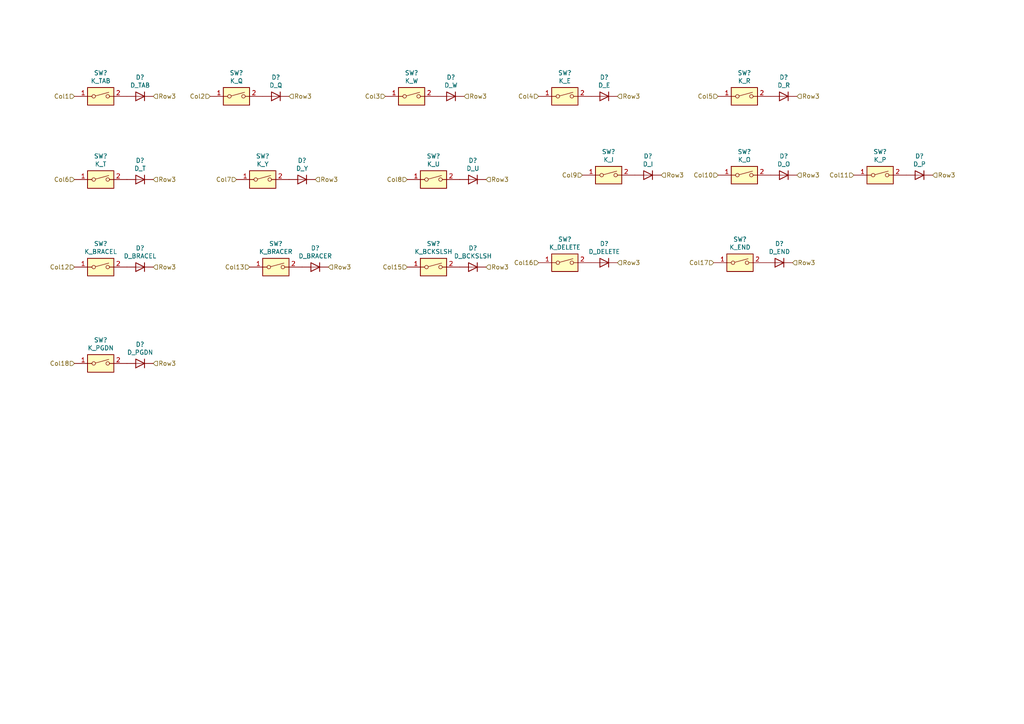
<source format=kicad_sch>
(kicad_sch (version 20230121) (generator eeschema)
  (paper "A4")
  (lib_symbols
    (symbol "Device:D" (pin_numbers hide) (pin_names (offset 1.016) hide)
      (property "Reference" "D" (at 0 2.54 0))
      (property "Value" "D" (at 0 -2.54 0))
      (symbol "D_0_1"
        (polyline (pts (xy -1.27 1.27) (xy -1.27 -1.27)) (stroke (width 0.254)))
        (polyline (pts (xy 1.27 0) (xy -1.27 0)))
        (polyline (pts (xy 1.27 1.27) (xy 1.27 -1.27) (xy -1.27 0) (xy 1.27 1.27)) (stroke (width 0.254)))
      )
      (symbol "D_1_1"
        (pin passive line (at -3.81 0 0) (length 2.54) (name "K") (number "1"))
        (pin passive line (at 3.81 0 180) (length 2.54) (name "A") (number "2"))
      )
    )
    (symbol "Switch:SW_DIP_x01" (pin_names (offset 0) hide)
      (property "Reference" "SW" (at 0 3.81 0))
      (property "Value" "SW_DIP_x01" (at 0 -3.81 0))
      (symbol "SW_DIP_x01_0_0"
        (circle (center -2.032 0) (radius 0.508))
        (polyline (pts (xy -1.524 0.127) (xy 2.3622 1.1684)))
        (circle (center 2.032 0) (radius 0.508))
      )
      (symbol "SW_DIP_x01_0_1"
        (rectangle (start -3.81 2.54) (end 3.81 -2.54) (stroke (width 0.254)) (fill (type background)))
      )
      (symbol "SW_DIP_x01_1_1"
        (pin passive line (at -7.62 0 0) (length 5.08) (name "~") (number "1"))
        (pin passive line (at 7.62 0 180) (length 5.08) (name "~") (number "2"))
      )
    )
  )
  (hierarchical_label "Row3" (shape input) (at 44.45 105.41 0))
  (hierarchical_label "Row3" (shape input) (at 140.97 52.07 0))
  (hierarchical_label "Col5" (shape input) (at 208.28 27.94 180))
  (hierarchical_label "Col11" (shape input) (at 247.65 50.8 180))
  (hierarchical_label "Col17" (shape input) (at 207.01 76.2 180))
  (hierarchical_label "Col18" (shape input) (at 21.59 105.41 180))
  (hierarchical_label "Col2" (shape input) (at 60.96 27.94 180))
  (hierarchical_label "Row3" (shape input) (at 231.14 50.8 0))
  (hierarchical_label "Col15" (shape input) (at 118.11 77.47 180))
  (hierarchical_label "Col3" (shape input) (at 111.76 27.94 180))
  (hierarchical_label "Row3" (shape input) (at 191.77 50.8 0))
  (hierarchical_label "Col6" (shape input) (at 21.59 52.07 180))
  (hierarchical_label "Row3" (shape input) (at 140.97 77.47 0))
  (hierarchical_label "Col7" (shape input) (at 68.58 52.07 180))
  (hierarchical_label "Row3" (shape input) (at 229.87 76.2 0))
  (hierarchical_label "Row3" (shape input) (at 83.82 27.94 0))
  (hierarchical_label "Col13" (shape input) (at 72.39 77.47 180))
  (hierarchical_label "Row3" (shape input) (at 95.25 77.47 0))
  (hierarchical_label "Col10" (shape input) (at 208.28 50.8 180))
  (hierarchical_label "Col1" (shape input) (at 21.59 27.94 180))
  (hierarchical_label "Col8" (shape input) (at 118.11 52.07 180))
  (hierarchical_label "Row3" (shape input) (at 44.45 77.47 0))
  (hierarchical_label "Col16" (shape input) (at 156.21 76.2 180))
  (hierarchical_label "Row3" (shape input) (at 231.14 27.94 0))
  (hierarchical_label "Row3" (shape input) (at 179.07 76.2 0))
  (hierarchical_label "Row3" (shape input) (at 270.51 50.8 0))
  (hierarchical_label "Row3" (shape input) (at 179.07 27.94 0))
  (hierarchical_label "Row3" (shape input) (at 44.45 27.94 0))
  (hierarchical_label "Row3" (shape input) (at 91.44 52.07 0))
  (hierarchical_label "Row3" (shape input) (at 134.62 27.94 0))
  (hierarchical_label "Col9" (shape input) (at 168.91 50.8 180))
  (hierarchical_label "Col4" (shape input) (at 156.21 27.94 180))
  (hierarchical_label "Col12" (shape input) (at 21.59 77.47 180))
  (hierarchical_label "Row3" (shape input) (at 44.45 52.07 0))
  (symbol (lib_id "Switch:SW_DIP_x01") (at 163.83 76.2 0) (unit 1)
    (property "Reference" "SW?" (at 163.83 69.4182 0))
    (property "Value" "K_DELETE" (at 163.83 71.7296 0))
    (property "Footprint" "hotswap:Kailh_socket_MX" (effects hide))
    (instances (project "TKL" (path "" (reference "SW?") (unit 1)) (path "" (reference "SW?") (unit 1)) (path "" (reference "SW45") (unit 1)) (path "" (reference "SW?") (unit 1))))
  )
  (symbol (lib_id "Device:D") (at 175.26 76.2 180) (unit 1)
    (property "Reference" "D?" (at 175.26 70.6882 0))
    (property "Value" "D_DELETE" (at 175.26 72.9996 0))
    (property "Footprint" "Diode_THT:D_DO-35_SOD27_P7.62mm_Horizontal" (effects hide))
    (instances (project "TKL" (path "" (reference "D?") (unit 1)) (path "" (reference "D?") (unit 1)) (path "" (reference "D45") (unit 1)) (path "" (reference "D?") (unit 1))))
  )
  (symbol (lib_id "Switch:SW_DIP_x01") (at 214.63 76.2 0) (unit 1)
    (property "Reference" "SW?" (at 214.63 69.4182 0))
    (property "Value" "K_END" (at 214.63 71.7296 0))
    (property "Footprint" "hotswap:Kailh_socket_MX" (effects hide))
    (instances (project "TKL" (path "" (reference "SW?") (unit 1)) (path "" (reference "SW?") (unit 1)) (path "" (reference "SW47") (unit 1)) (path "" (reference "SW?") (unit 1))))
  )
  (symbol (lib_id "Device:D") (at 226.06 76.2 180) (unit 1)
    (property "Reference" "D?" (at 226.06 70.6882 0))
    (property "Value" "D_END" (at 226.06 72.9996 0))
    (property "Footprint" "Diode_THT:D_DO-35_SOD27_P7.62mm_Horizontal" (effects hide))
    (instances (project "TKL" (path "" (reference "D?") (unit 1)) (path "" (reference "D?") (unit 1)) (path "" (reference "D47") (unit 1)) (path "" (reference "D?") (unit 1))))
  )
  (symbol (lib_id "Switch:SW_DIP_x01") (at 29.21 27.94 0) (unit 1)
    (property "Reference" "SW?" (at 29.21 21.1582 0))
    (property "Value" "K_TAB" (at 29.21 23.4696 0))
    (property "Footprint" "hotswap:Kailh_socket_MX" (effects hide))
    (instances (project "TKL" (path "" (reference "SW?") (unit 1)) (path "" (reference "SW?") (unit 1)) (path "" (reference "SW34") (unit 1)) (path "" (reference "SW?") (unit 1))))
  )
  (symbol (lib_id "Device:D") (at 40.64 27.94 180) (unit 1)
    (property "Reference" "D?" (at 40.64 22.4282 0))
    (property "Value" "D_TAB" (at 40.64 24.7396 0))
    (property "Footprint" "Diode_THT:D_DO-35_SOD27_P7.62mm_Horizontal" (effects hide))
    (instances (project "TKL" (path "" (reference "D?") (unit 1)) (path "" (reference "D?") (unit 1)) (path "" (reference "D34") (unit 1)) (path "" (reference "D?") (unit 1))))
  )
  (symbol (lib_id "Switch:SW_DIP_x01") (at 163.83 27.94 0) (unit 1)
    (property "Reference" "SW?" (at 163.83 21.1582 0))
    (property "Value" "K_E" (at 163.83 23.4696 0))
    (property "Footprint" "hotswap:Kailh_socket_MX" (effects hide))
    (instances (project "TKL" (path "" (reference "SW?") (unit 1)) (path "" (reference "SW?") (unit 1)) (path "" (reference "SW44") (unit 1)) (path "" (reference "SW?") (unit 1))))
  )
  (symbol (lib_id "Device:D") (at 175.26 27.94 180) (unit 1)
    (property "Reference" "D?" (at 175.26 22.4282 0))
    (property "Value" "D_E" (at 175.26 24.7396 0))
    (property "Footprint" "Diode_THT:D_DO-35_SOD27_P7.62mm_Horizontal" (effects hide))
    (instances (project "TKL" (path "" (reference "D?") (unit 1)) (path "" (reference "D?") (unit 1)) (path "" (reference "D44") (unit 1)) (path "" (reference "D?") (unit 1))))
  )
  (symbol (lib_id "Switch:SW_DIP_x01") (at 215.9 27.94 0) (unit 1)
    (property "Reference" "SW?" (at 215.9 21.1582 0))
    (property "Value" "K_R" (at 215.9 23.4696 0))
    (property "Footprint" "hotswap:Kailh_socket_MX" (effects hide))
    (instances (project "TKL" (path "" (reference "SW?") (unit 1)) (path "" (reference "SW?") (unit 1)) (path "" (reference "SW48") (unit 1)) (path "" (reference "SW?") (unit 1))))
  )
  (symbol (lib_id "Device:D") (at 227.33 27.94 180) (unit 1)
    (property "Reference" "D?" (at 227.33 22.4282 0))
    (property "Value" "D_R" (at 227.33 24.7396 0))
    (property "Footprint" "Diode_THT:D_DO-35_SOD27_P7.62mm_Horizontal" (effects hide))
    (instances (project "TKL" (path "" (reference "D?") (unit 1)) (path "" (reference "D?") (unit 1)) (path "" (reference "D48") (unit 1)) (path "" (reference "D?") (unit 1))))
  )
  (symbol (lib_id "Switch:SW_DIP_x01") (at 29.21 52.07 0) (unit 1)
    (property "Reference" "SW?" (at 29.21 45.2882 0))
    (property "Value" "K_T" (at 29.21 47.5996 0))
    (property "Footprint" "hotswap:Kailh_socket_MX" (effects hide))
    (instances (project "TKL" (path "" (reference "SW?") (unit 1)) (path "" (reference "SW?") (unit 1)) (path "" (reference "SW35") (unit 1)) (path "" (reference "SW?") (unit 1))))
  )
  (symbol (lib_id "Device:D") (at 40.64 52.07 180) (unit 1)
    (property "Reference" "D?" (at 40.64 46.5582 0))
    (property "Value" "D_T" (at 40.64 48.8696 0))
    (property "Footprint" "Diode_THT:D_DO-35_SOD27_P7.62mm_Horizontal" (effects hide))
    (instances (project "TKL" (path "" (reference "D?") (unit 1)) (path "" (reference "D?") (unit 1)) (path "" (reference "D35") (unit 1)) (path "" (reference "D?") (unit 1))))
  )
  (symbol (lib_id "Switch:SW_DIP_x01") (at 76.2 52.07 0) (unit 1)
    (property "Reference" "SW?" (at 76.2 45.2882 0))
    (property "Value" "K_Y" (at 76.2 47.5996 0))
    (property "Footprint" "hotswap:Kailh_socket_MX" (effects hide))
    (instances (project "TKL" (path "" (reference "SW?") (unit 1)) (path "" (reference "SW?") (unit 1)) (path "" (reference "SW39") (unit 1)) (path "" (reference "SW?") (unit 1))))
  )
  (symbol (lib_id "Device:D") (at 87.63 52.07 180) (unit 1)
    (property "Reference" "D?" (at 87.63 46.5582 0))
    (property "Value" "D_Y" (at 87.63 48.8696 0))
    (property "Footprint" "Diode_THT:D_DO-35_SOD27_P7.62mm_Horizontal" (effects hide))
    (instances (project "TKL" (path "" (reference "D?") (unit 1)) (path "" (reference "D?") (unit 1)) (path "" (reference "D39") (unit 1)) (path "" (reference "D?") (unit 1))))
  )
  (symbol (lib_id "Device:D") (at 187.96 50.8 180) (unit 1)
    (property "Reference" "D?" (at 187.96 45.2882 0))
    (property "Value" "D_I" (at 187.96 47.5996 0))
    (property "Footprint" "Diode_THT:D_DO-35_SOD27_P7.62mm_Horizontal" (effects hide))
    (instances (project "TKL" (path "" (reference "D?") (unit 1)) (path "" (reference "D?") (unit 1)) (path "" (reference "D46") (unit 1)) (path "" (reference "D?") (unit 1))))
  )
  (symbol (lib_id "Switch:SW_DIP_x01") (at 215.9 50.8 0) (unit 1)
    (property "Reference" "SW?" (at 215.9 44.0182 0))
    (property "Value" "K_O" (at 215.9 46.3296 0))
    (property "Footprint" "hotswap:Kailh_socket_MX" (effects hide))
    (instances (project "TKL" (path "" (reference "SW?") (unit 1)) (path "" (reference "SW?") (unit 1)) (path "" (reference "SW49") (unit 1)) (path "" (reference "SW?") (unit 1))))
  )
  (symbol (lib_id "Device:D") (at 227.33 50.8 180) (unit 1)
    (property "Reference" "D?" (at 227.33 45.2882 0))
    (property "Value" "D_O" (at 227.33 47.5996 0))
    (property "Footprint" "Diode_THT:D_DO-35_SOD27_P7.62mm_Horizontal" (effects hide))
    (instances (project "TKL" (path "" (reference "D?") (unit 1)) (path "" (reference "D?") (unit 1)) (path "" (reference "D49") (unit 1)) (path "" (reference "D?") (unit 1))))
  )
  (symbol (lib_id "Switch:SW_DIP_x01") (at 29.21 77.47 0) (unit 1)
    (property "Reference" "SW?" (at 29.21 70.6882 0))
    (property "Value" "K_BRACEL" (at 29.21 72.9996 0))
    (property "Footprint" "hotswap:Kailh_socket_MX" (effects hide))
    (instances (project "TKL" (path "" (reference "SW?") (unit 1)) (path "" (reference "SW?") (unit 1)) (path "" (reference "SW36") (unit 1)) (path "" (reference "SW?") (unit 1))))
  )
  (symbol (lib_id "Device:D") (at 40.64 77.47 180) (unit 1)
    (property "Reference" "D?" (at 40.64 71.9582 0))
    (property "Value" "D_BRACEL" (at 40.64 74.2696 0))
    (property "Footprint" "Diode_THT:D_DO-35_SOD27_P7.62mm_Horizontal" (effects hide))
    (instances (project "TKL" (path "" (reference "D?") (unit 1)) (path "" (reference "D?") (unit 1)) (path "" (reference "D36") (unit 1)) (path "" (reference "D?") (unit 1))))
  )
  (symbol (lib_id "Switch:SW_DIP_x01") (at 80.01 77.47 0) (unit 1)
    (property "Reference" "SW?" (at 80.01 70.6882 0))
    (property "Value" "K_BRACER" (at 80.01 72.9996 0))
    (property "Footprint" "hotswap:Kailh_socket_MX" (effects hide))
    (instances (project "TKL" (path "" (reference "SW?") (unit 1)) (path "" (reference "SW?") (unit 1)) (path "" (reference "SW40") (unit 1)) (path "" (reference "SW?") (unit 1))))
  )
  (symbol (lib_id "Device:D") (at 91.44 77.47 180) (unit 1)
    (property "Reference" "D?" (at 91.44 71.9582 0))
    (property "Value" "D_BRACER" (at 91.44 74.2696 0))
    (property "Footprint" "Diode_THT:D_DO-35_SOD27_P7.62mm_Horizontal" (effects hide))
    (instances (project "TKL" (path "" (reference "D?") (unit 1)) (path "" (reference "D?") (unit 1)) (path "" (reference "D40") (unit 1)) (path "" (reference "D?") (unit 1))))
  )
  (symbol (lib_id "Device:D") (at 137.16 77.47 180) (unit 1)
    (property "Reference" "D?" (at 137.16 71.9582 0))
    (property "Value" "D_BCKSLSH" (at 137.16 74.2696 0))
    (property "Footprint" "Diode_THT:D_DO-35_SOD27_P7.62mm_Horizontal" (effects hide))
    (instances (project "TKL" (path "" (reference "D?") (unit 1)) (path "" (reference "D?") (unit 1)) (path "" (reference "D43") (unit 1)) (path "" (reference "D?") (unit 1))))
  )
  (symbol (lib_id "Switch:SW_DIP_x01") (at 29.21 105.41 0) (unit 1)
    (property "Reference" "SW?" (at 29.21 98.6282 0))
    (property "Value" "K_PGDN" (at 29.21 100.9396 0))
    (property "Footprint" "hotswap:Kailh_socket_MX" (effects hide))
    (instances (project "TKL" (path "" (reference "SW?") (unit 1)) (path "" (reference "SW?") (unit 1)) (path "" (reference "SW37") (unit 1)) (path "" (reference "SW?") (unit 1))))
  )
  (symbol (lib_id "Device:D") (at 40.64 105.41 180) (unit 1)
    (property "Reference" "D?" (at 40.64 99.8982 0))
    (property "Value" "D_PGDN" (at 40.64 102.2096 0))
    (property "Footprint" "Diode_THT:D_DO-35_SOD27_P7.62mm_Horizontal" (effects hide))
    (instances (project "TKL" (path "" (reference "D?") (unit 1)) (path "" (reference "D?") (unit 1)) (path "" (reference "D37") (unit 1)) (path "" (reference "D?") (unit 1))))
  )
  (symbol (lib_id "Switch:SW_DIP_x01") (at 68.58 27.94 0) (unit 1)
    (property "Reference" "SW?" (at 68.58 21.1582 0))
    (property "Value" "K_Q" (at 68.58 23.4696 0))
    (property "Footprint" "hotswap:Kailh_socket_MX" (effects hide))
    (instances (project "TKL" (path "" (reference "SW?") (unit 1)) (path "" (reference "SW?") (unit 1)) (path "" (reference "SW38") (unit 1)) (path "" (reference "SW?") (unit 1))))
  )
  (symbol (lib_id "Switch:SW_DIP_x01") (at 119.38 27.94 0) (unit 1)
    (property "Reference" "SW?" (at 119.38 21.1582 0))
    (property "Value" "K_W" (at 119.38 23.4696 0))
    (property "Footprint" "hotswap:Kailh_socket_MX" (effects hide))
    (instances (project "TKL" (path "" (reference "SW?") (unit 1)) (path "" (reference "SW?") (unit 1)) (path "" (reference "SW41") (unit 1)) (path "" (reference "SW?") (unit 1))))
  )
  (symbol (lib_id "Device:D") (at 130.81 27.94 180) (unit 1)
    (property "Reference" "D?" (at 130.81 22.4282 0))
    (property "Value" "D_W" (at 130.81 24.7396 0))
    (property "Footprint" "Diode_THT:D_DO-35_SOD27_P7.62mm_Horizontal" (effects hide))
    (instances (project "TKL" (path "" (reference "D?") (unit 1)) (path "" (reference "D?") (unit 1)) (path "" (reference "D41") (unit 1)) (path "" (reference "D?") (unit 1))))
  )
  (symbol (lib_id "Switch:SW_DIP_x01") (at 125.73 52.07 0) (unit 1)
    (property "Reference" "SW?" (at 125.73 45.2882 0))
    (property "Value" "K_U" (at 125.73 47.5996 0))
    (property "Footprint" "hotswap:Kailh_socket_MX" (effects hide))
    (instances (project "TKL" (path "" (reference "SW?") (unit 1)) (path "" (reference "SW?") (unit 1)) (path "" (reference "SW42") (unit 1)) (path "" (reference "SW?") (unit 1))))
  )
  (symbol (lib_id "Device:D") (at 137.16 52.07 180) (unit 1)
    (property "Reference" "D?" (at 137.16 46.5582 0))
    (property "Value" "D_U" (at 137.16 48.8696 0))
    (property "Footprint" "Diode_THT:D_DO-35_SOD27_P7.62mm_Horizontal" (effects hide))
    (instances (project "TKL" (path "" (reference "D?") (unit 1)) (path "" (reference "D?") (unit 1)) (path "" (reference "D42") (unit 1)) (path "" (reference "D?") (unit 1))))
  )
  (symbol (lib_id "Switch:SW_DIP_x01") (at 176.53 50.8 0) (unit 1)
    (property "Reference" "SW?" (at 176.53 44.0182 0))
    (property "Value" "K_I" (at 176.53 46.3296 0))
    (property "Footprint" "hotswap:Kailh_socket_MX" (effects hide))
    (instances (project "TKL" (path "" (reference "SW?") (unit 1)) (path "" (reference "SW?") (unit 1)) (path "" (reference "SW46") (unit 1)) (path "" (reference "SW?") (unit 1))))
  )
  (symbol (lib_id "Device:D") (at 80.01 27.94 180) (unit 1)
    (property "Reference" "D?" (at 80.01 22.4282 0))
    (property "Value" "D_Q" (at 80.01 24.7396 0))
    (property "Footprint" "Diode_THT:D_DO-35_SOD27_P7.62mm_Horizontal" (effects hide))
    (instances (project "TKL" (path "" (reference "D?") (unit 1)) (path "" (reference "D?") (unit 1)) (path "" (reference "D38") (unit 1)) (path "" (reference "D?") (unit 1))))
  )
  (symbol (lib_id "Device:D") (at 266.7 50.8 180) (unit 1)
    (property "Reference" "D?" (at 266.7 45.2882 0))
    (property "Value" "D_P" (at 266.7 47.5996 0))
    (property "Footprint" "Diode_THT:D_DO-35_SOD27_P7.62mm_Horizontal" (effects hide))
    (instances (project "TKL" (path "" (reference "D?") (unit 1)) (path "" (reference "D?") (unit 1)) (path "" (reference "D50") (unit 1)) (path "" (reference "D?") (unit 1))))
  )
  (symbol (lib_id "Switch:SW_DIP_x01") (at 255.27 50.8 0) (unit 1)
    (property "Reference" "SW?" (at 255.27 44.0182 0))
    (property "Value" "K_P" (at 255.27 46.3296 0))
    (property "Footprint" "hotswap:Kailh_socket_MX" (effects hide))
    (instances (project "TKL" (path "" (reference "SW?") (unit 1)) (path "" (reference "SW?") (unit 1)) (path "" (reference "SW50") (unit 1)) (path "" (reference "SW?") (unit 1))))
  )
  (symbol (lib_id "Switch:SW_DIP_x01") (at 125.73 77.47 0) (unit 1)
    (property "Reference" "SW?" (at 125.73 70.6882 0))
    (property "Value" "K_BCKSLSH" (at 125.73 72.9996 0))
    (property "Footprint" "hotswap:Kailh_socket_MX" (effects hide))
    (instances (project "TKL" (path "" (reference "SW?") (unit 1)) (path "" (reference "SW?") (unit 1)) (path "" (reference "SW43") (unit 1)) (path "" (reference "SW?") (unit 1))))
  )
)
</source>
